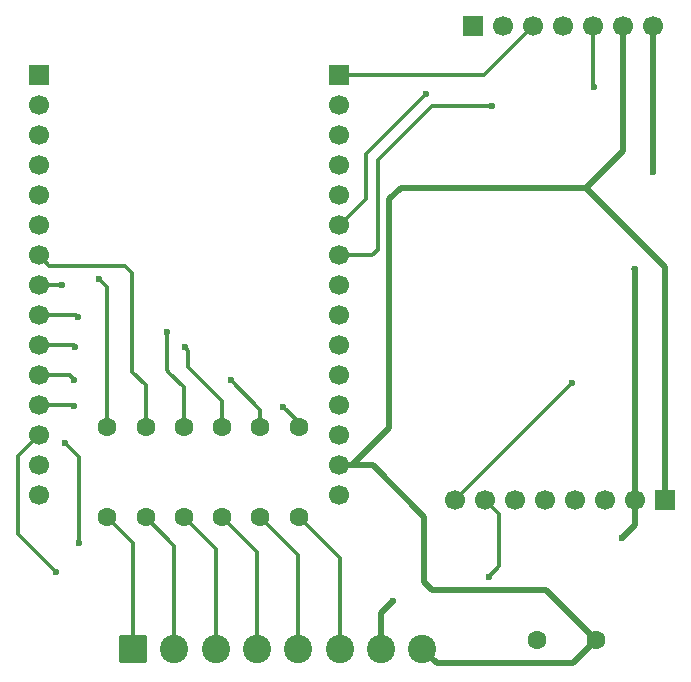
<source format=gtl>
%TF.GenerationSoftware,KiCad,Pcbnew,9.0.5*%
%TF.CreationDate,2025-12-28T15:34:22+02:00*%
%TF.ProjectId,base-schematic-02,62617365-2d73-4636-9865-6d617469632d,rev?*%
%TF.SameCoordinates,Original*%
%TF.FileFunction,Copper,L1,Top*%
%TF.FilePolarity,Positive*%
%FSLAX46Y46*%
G04 Gerber Fmt 4.6, Leading zero omitted, Abs format (unit mm)*
G04 Created by KiCad (PCBNEW 9.0.5) date 2025-12-28 15:34:22*
%MOMM*%
%LPD*%
G01*
G04 APERTURE LIST*
G04 Aperture macros list*
%AMRoundRect*
0 Rectangle with rounded corners*
0 $1 Rounding radius*
0 $2 $3 $4 $5 $6 $7 $8 $9 X,Y pos of 4 corners*
0 Add a 4 corners polygon primitive as box body*
4,1,4,$2,$3,$4,$5,$6,$7,$8,$9,$2,$3,0*
0 Add four circle primitives for the rounded corners*
1,1,$1+$1,$2,$3*
1,1,$1+$1,$4,$5*
1,1,$1+$1,$6,$7*
1,1,$1+$1,$8,$9*
0 Add four rect primitives between the rounded corners*
20,1,$1+$1,$2,$3,$4,$5,0*
20,1,$1+$1,$4,$5,$6,$7,0*
20,1,$1+$1,$6,$7,$8,$9,0*
20,1,$1+$1,$8,$9,$2,$3,0*%
G04 Aperture macros list end*
%TA.AperFunction,ComponentPad*%
%ADD10R,1.700000X1.700000*%
%TD*%
%TA.AperFunction,ComponentPad*%
%ADD11C,1.700000*%
%TD*%
%TA.AperFunction,ComponentPad*%
%ADD12C,1.600000*%
%TD*%
%TA.AperFunction,ComponentPad*%
%ADD13RoundRect,0.250001X-0.949999X-0.949999X0.949999X-0.949999X0.949999X0.949999X-0.949999X0.949999X0*%
%TD*%
%TA.AperFunction,ComponentPad*%
%ADD14C,2.400000*%
%TD*%
%TA.AperFunction,ViaPad*%
%ADD15C,0.600000*%
%TD*%
%TA.AperFunction,Conductor*%
%ADD16C,0.300000*%
%TD*%
%TA.AperFunction,Conductor*%
%ADD17C,0.500000*%
%TD*%
G04 APERTURE END LIST*
D10*
%TO.P,J2,1,Pin_1*%
%TO.N,D23*%
X79400000Y-59460000D03*
D11*
%TO.P,J2,2,Pin_2*%
%TO.N,D22*%
X79400000Y-62000000D03*
%TO.P,J2,3,Pin_3*%
%TO.N,unconnected-(J2-Pin_3-Pad3)*%
X79400000Y-64540000D03*
%TO.P,J2,4,Pin_4*%
%TO.N,unconnected-(J2-Pin_4-Pad4)*%
X79400000Y-67080000D03*
%TO.P,J2,5,Pin_5*%
%TO.N,D21*%
X79400000Y-69620000D03*
%TO.P,J2,6,Pin_6*%
%TO.N,D19*%
X79400000Y-72160000D03*
%TO.P,J2,7,Pin_7*%
%TO.N,D18*%
X79400000Y-74700000D03*
%TO.P,J2,8,Pin_8*%
%TO.N,unconnected-(J2-Pin_8-Pad8)*%
X79400000Y-77240000D03*
%TO.P,J2,9,Pin_9*%
%TO.N,unconnected-(J2-Pin_9-Pad9)*%
X79400000Y-79780000D03*
%TO.P,J2,10,Pin_10*%
%TO.N,unconnected-(J2-Pin_10-Pad10)*%
X79400000Y-82320000D03*
%TO.P,J2,11,Pin_11*%
%TO.N,unconnected-(J2-Pin_11-Pad11)*%
X79400000Y-84860000D03*
%TO.P,J2,12,Pin_12*%
%TO.N,unconnected-(J2-Pin_12-Pad12)*%
X79400000Y-87400000D03*
%TO.P,J2,13,Pin_13*%
%TO.N,unconnected-(J2-Pin_13-Pad13)*%
X79400000Y-89940000D03*
%TO.P,J2,14,Pin_14*%
%TO.N,GND*%
X79400000Y-92480000D03*
%TO.P,J2,15,Pin_15*%
%TO.N,3V3*%
X79400000Y-95020000D03*
%TD*%
D10*
%TO.P,J1,1,Pin_1*%
%TO.N,unconnected-(J1-Pin_1-Pad1)*%
X54000000Y-59460000D03*
D11*
%TO.P,J1,2,Pin_2*%
%TO.N,unconnected-(J1-Pin_2-Pad2)*%
X54000000Y-62000000D03*
%TO.P,J1,3,Pin_3*%
%TO.N,unconnected-(J1-Pin_3-Pad3)*%
X54000000Y-64540000D03*
%TO.P,J1,4,Pin_4*%
%TO.N,unconnected-(J1-Pin_4-Pad4)*%
X54000000Y-67080000D03*
%TO.P,J1,5,Pin_5*%
%TO.N,unconnected-(J1-Pin_5-Pad5)*%
X54000000Y-69620000D03*
%TO.P,J1,6,Pin_6*%
%TO.N,D32*%
X54000000Y-72160000D03*
%TO.P,J1,7,Pin_7*%
%TO.N,D33*%
X54000000Y-74700000D03*
%TO.P,J1,8,Pin_8*%
%TO.N,D25*%
X54000000Y-77240000D03*
%TO.P,J1,9,Pin_9*%
%TO.N,D26*%
X54000000Y-79780000D03*
%TO.P,J1,10,Pin_10*%
%TO.N,D27*%
X54000000Y-82320000D03*
%TO.P,J1,11,Pin_11*%
%TO.N,D14*%
X54000000Y-84860000D03*
%TO.P,J1,12,Pin_12*%
%TO.N,D12*%
X54000000Y-87400000D03*
%TO.P,J1,13,Pin_13*%
%TO.N,D13*%
X54000000Y-89940000D03*
%TO.P,J1,14,Pin_14*%
%TO.N,unconnected-(J1-Pin_14-Pad14)*%
X54000000Y-92480000D03*
%TO.P,J1,15,Pin_15*%
%TO.N,VIN*%
X54000000Y-95020000D03*
%TD*%
D12*
%TO.P,R2,1*%
%TO.N,D33*%
X63053000Y-89255000D03*
%TO.P,R2,2*%
%TO.N,Net-(J4-Pin_2)*%
X63053000Y-96875000D03*
%TD*%
%TO.P,R1,1*%
%TO.N,D32*%
X59810000Y-89255000D03*
%TO.P,R1,2*%
%TO.N,Net-(J4-Pin_1)*%
X59810000Y-96875000D03*
%TD*%
D10*
%TO.P,J3-DAC1,1,Pin_1*%
%TO.N,D19*%
X90750000Y-55325000D03*
D11*
%TO.P,J3-DAC1,2,Pin_2*%
%TO.N,D18*%
X93290000Y-55325000D03*
%TO.P,J3-DAC1,3,Pin_3*%
%TO.N,D23*%
X95830000Y-55325000D03*
%TO.P,J3-DAC1,4,Pin_4*%
%TO.N,D25*%
X98370000Y-55325000D03*
%TO.P,J3-DAC1,5,Pin_5*%
%TO.N,D21*%
X100910000Y-55325000D03*
%TO.P,J3-DAC1,6,Pin_6*%
%TO.N,GND*%
X103450000Y-55325000D03*
%TO.P,J3-DAC1,7,Pin_7*%
%TO.N,3V3*%
X105990000Y-55325000D03*
%TD*%
D12*
%TO.P,R4,1*%
%TO.N,D27*%
X69539000Y-89255000D03*
%TO.P,R4,2*%
%TO.N,Net-(J4-Pin_4)*%
X69539000Y-96875000D03*
%TD*%
%TO.P,C2,1*%
%TO.N,VIN*%
X96160000Y-107270000D03*
%TO.P,C2,2*%
%TO.N,GND*%
X101160000Y-107270000D03*
%TD*%
%TO.P,R6,1*%
%TO.N,D12*%
X76025000Y-89255000D03*
%TO.P,R6,2*%
%TO.N,Net-(J4-Pin_6)*%
X76025000Y-96875000D03*
%TD*%
%TO.P,R5,1*%
%TO.N,D14*%
X72782000Y-89255000D03*
%TO.P,R5,2*%
%TO.N,Net-(J4-Pin_5)*%
X72782000Y-96875000D03*
%TD*%
%TO.P,R3,1*%
%TO.N,D26*%
X66296000Y-89255000D03*
%TO.P,R3,2*%
%TO.N,Net-(J4-Pin_3)*%
X66296000Y-96875000D03*
%TD*%
D13*
%TO.P,J4,1,Pin_1*%
%TO.N,Net-(J4-Pin_1)*%
X62000000Y-108000000D03*
D14*
%TO.P,J4,2,Pin_2*%
%TO.N,Net-(J4-Pin_2)*%
X65500000Y-108000000D03*
%TO.P,J4,3,Pin_3*%
%TO.N,Net-(J4-Pin_3)*%
X69000000Y-108000000D03*
%TO.P,J4,4,Pin_4*%
%TO.N,Net-(J4-Pin_4)*%
X72500000Y-108000000D03*
%TO.P,J4,5,Pin_5*%
%TO.N,Net-(J4-Pin_5)*%
X76000000Y-108000000D03*
%TO.P,J4,6,Pin_6*%
%TO.N,Net-(J4-Pin_6)*%
X79500000Y-108000000D03*
%TO.P,J4,7,Pin_7*%
%TO.N,VIN*%
X83000000Y-108000000D03*
%TO.P,J4,8,Pin_8*%
%TO.N,GND*%
X86500000Y-108000000D03*
%TD*%
D10*
%TO.P,J4-IMU1,1,Pin_1*%
%TO.N,GND*%
X107009138Y-95394959D03*
D11*
%TO.P,J4-IMU1,2,Pin_2*%
%TO.N,3V3*%
X104469138Y-95394959D03*
%TO.P,J4-IMU1,3,Pin_3*%
%TO.N,unconnected-(J4-IMU1-Pin_3-Pad3)*%
X101929138Y-95394959D03*
%TO.P,J4-IMU1,4,Pin_4*%
%TO.N,unconnected-(J4-IMU1-Pin_4-Pad4)*%
X99389138Y-95394959D03*
%TO.P,J4-IMU1,5,Pin_5*%
%TO.N,unconnected-(J4-IMU1-Pin_5-Pad5)*%
X96849138Y-95394959D03*
%TO.P,J4-IMU1,6,Pin_6*%
%TO.N,unconnected-(J4-IMU1-Pin_6-Pad6)*%
X94309138Y-95394959D03*
%TO.P,J4-IMU1,7,Pin_7*%
%TO.N,D13*%
X91769138Y-95394959D03*
%TO.P,J4-IMU1,8,Pin_8*%
%TO.N,D22*%
X89229138Y-95394959D03*
%TD*%
D15*
%TO.N,D32*%
X59120000Y-76730000D03*
%TO.N,D26*%
X57330000Y-79910000D03*
X64860000Y-81220000D03*
%TO.N,D27*%
X57070000Y-82420000D03*
X66380000Y-82490000D03*
%TO.N,D14*%
X57020000Y-85250000D03*
X70290000Y-85290000D03*
%TO.N,D12*%
X57020000Y-87470000D03*
X74710000Y-87520000D03*
%TO.N,D25*%
X55950000Y-77225000D03*
X56225000Y-90550000D03*
X57450000Y-99050000D03*
%TO.N,D13*%
X92101041Y-101898959D03*
X55500000Y-101500000D03*
%TO.N,VIN*%
X84000000Y-104000000D03*
%TO.N,D21*%
X101025000Y-60450000D03*
%TO.N,D22*%
X99175000Y-85500000D03*
%TO.N,3V3*%
X105990000Y-67685000D03*
X103375000Y-98625000D03*
X104469138Y-75894138D03*
%TO.N,D18*%
X92425000Y-62050000D03*
%TO.N,D19*%
X86825000Y-61075000D03*
%TD*%
D16*
%TO.N,D32*%
X59810000Y-89255000D02*
X59810000Y-77420000D01*
X59810000Y-77420000D02*
X59120000Y-76730000D01*
%TO.N,D33*%
X61910000Y-84570000D02*
X61910000Y-76170000D01*
X63053000Y-85713000D02*
X61910000Y-84570000D01*
X61910000Y-76170000D02*
X61320000Y-75580000D01*
X63053000Y-89255000D02*
X63053000Y-85713000D01*
X61320000Y-75580000D02*
X54880000Y-75580000D01*
X54880000Y-75580000D02*
X54000000Y-74700000D01*
%TO.N,D26*%
X57200000Y-79780000D02*
X54000000Y-79780000D01*
X57330000Y-79910000D02*
X57200000Y-79780000D01*
X64860000Y-84450000D02*
X64860000Y-81220000D01*
X65070000Y-84660000D02*
X64860000Y-84450000D01*
X66296000Y-85886000D02*
X65070000Y-84660000D01*
X66296000Y-89255000D02*
X66296000Y-85886000D01*
%TO.N,D27*%
X56970000Y-82320000D02*
X54000000Y-82320000D01*
X57070000Y-82420000D02*
X56970000Y-82320000D01*
X66690000Y-84150000D02*
X66690000Y-82800000D01*
X69539000Y-86999000D02*
X66690000Y-84150000D01*
X66690000Y-82800000D02*
X66380000Y-82490000D01*
X69539000Y-89255000D02*
X69539000Y-86999000D01*
%TO.N,D14*%
X56630000Y-84860000D02*
X54000000Y-84860000D01*
X57020000Y-85250000D02*
X56630000Y-84860000D01*
X72782000Y-87782000D02*
X70290000Y-85290000D01*
X72782000Y-89255000D02*
X72782000Y-87782000D01*
%TO.N,D12*%
X56950000Y-87400000D02*
X54000000Y-87400000D01*
X57020000Y-87470000D02*
X56950000Y-87400000D01*
X76025000Y-88835000D02*
X74710000Y-87520000D01*
X76025000Y-89255000D02*
X76025000Y-88835000D01*
D17*
%TO.N,GND*%
X82280000Y-92480000D02*
X86620000Y-96820000D01*
X103450000Y-65875000D02*
X100325000Y-69000000D01*
X87330000Y-103050000D02*
X96940000Y-103050000D01*
X86620000Y-102340000D02*
X87330000Y-103050000D01*
X86620000Y-96820000D02*
X86620000Y-102340000D01*
X103450000Y-55325000D02*
X103450000Y-65875000D01*
X83700000Y-89300000D02*
X80520000Y-92480000D01*
X80520000Y-92480000D02*
X79400000Y-92480000D01*
X80520000Y-92480000D02*
X82280000Y-92480000D01*
X96940000Y-103050000D02*
X101160000Y-107270000D01*
X107009138Y-95394959D02*
X107009138Y-75684138D01*
X87700000Y-109200000D02*
X99230000Y-109200000D01*
X100325000Y-69000000D02*
X88500000Y-69000000D01*
X99230000Y-109200000D02*
X101160000Y-107270000D01*
X87700000Y-109200000D02*
X86500000Y-108000000D01*
X107009138Y-75684138D02*
X100325000Y-69000000D01*
X83700000Y-69950000D02*
X83700000Y-89300000D01*
X88500000Y-69000000D02*
X84650000Y-69000000D01*
X84650000Y-69000000D02*
X83700000Y-69950000D01*
D16*
%TO.N,D33*%
X54000000Y-74700000D02*
X54000000Y-74240000D01*
%TO.N,D32*%
X54000000Y-72160000D02*
X54000000Y-71700000D01*
%TO.N,D25*%
X57450000Y-91775000D02*
X57450000Y-99050000D01*
X56225000Y-90550000D02*
X57450000Y-91775000D01*
X55935000Y-77240000D02*
X55950000Y-77225000D01*
X54000000Y-77240000D02*
X55935000Y-77240000D01*
%TO.N,D13*%
X93000000Y-101000000D02*
X93000000Y-96625821D01*
X52275000Y-98275000D02*
X52275000Y-91665000D01*
X52275000Y-91665000D02*
X54000000Y-89940000D01*
X93000000Y-96625821D02*
X91769138Y-95394959D01*
X55500000Y-101500000D02*
X52275000Y-98275000D01*
X92101041Y-101898959D02*
X93000000Y-101000000D01*
D17*
%TO.N,VIN*%
X83000000Y-105000000D02*
X84000000Y-104000000D01*
D16*
X54200000Y-95220000D02*
X54000000Y-95020000D01*
D17*
X83000000Y-108000000D02*
X83000000Y-105000000D01*
D16*
%TO.N,D21*%
X100910000Y-55325000D02*
X100910000Y-60335000D01*
X100910000Y-60335000D02*
X101025000Y-60450000D01*
%TO.N,D23*%
X95830000Y-55325000D02*
X91695000Y-59460000D01*
X91695000Y-59460000D02*
X79400000Y-59460000D01*
%TO.N,D22*%
X89280041Y-95394959D02*
X99175000Y-85500000D01*
X89229138Y-95394959D02*
X89280041Y-95394959D01*
D17*
%TO.N,3V3*%
X104469138Y-97530862D02*
X103375000Y-98625000D01*
X104469138Y-75894138D02*
X104450000Y-75875000D01*
D16*
X105990000Y-67685000D02*
X105925000Y-67750000D01*
D17*
X104469138Y-95394959D02*
X104469138Y-75894138D01*
X104469138Y-95394959D02*
X104469138Y-97530862D01*
X105990000Y-55325000D02*
X105990000Y-67685000D01*
D16*
X105990000Y-55325000D02*
X105975000Y-55340000D01*
%TO.N,D18*%
X92425000Y-62050000D02*
X87265108Y-62050000D01*
X82700000Y-74225000D02*
X82225000Y-74700000D01*
X82700000Y-66615108D02*
X82700000Y-74225000D01*
X87265108Y-62050000D02*
X82700000Y-66615108D01*
X82225000Y-74700000D02*
X79400000Y-74700000D01*
%TO.N,D19*%
X81750000Y-69900000D02*
X81750000Y-66150000D01*
X81750000Y-66150000D02*
X86825000Y-61075000D01*
X79490000Y-72160000D02*
X81750000Y-69900000D01*
X79400000Y-72160000D02*
X79490000Y-72160000D01*
%TO.N,Net-(J4-Pin_4)*%
X72500000Y-99836000D02*
X69539000Y-96875000D01*
X72500000Y-108000000D02*
X72500000Y-99836000D01*
%TO.N,Net-(J4-Pin_3)*%
X69000000Y-99579000D02*
X66296000Y-96875000D01*
X69000000Y-108000000D02*
X69000000Y-99579000D01*
%TO.N,Net-(J4-Pin_6)*%
X79500000Y-108000000D02*
X79500000Y-100350000D01*
X79500000Y-100350000D02*
X76025000Y-96875000D01*
%TO.N,Net-(J4-Pin_5)*%
X76000000Y-100093000D02*
X72782000Y-96875000D01*
X76000000Y-108000000D02*
X76000000Y-100093000D01*
%TO.N,Net-(J4-Pin_1)*%
X62000000Y-99065000D02*
X59810000Y-96875000D01*
X62000000Y-108000000D02*
X62000000Y-99065000D01*
%TO.N,Net-(J4-Pin_2)*%
X65500000Y-99322000D02*
X63053000Y-96875000D01*
X65500000Y-108000000D02*
X65500000Y-99322000D01*
%TD*%
M02*

</source>
